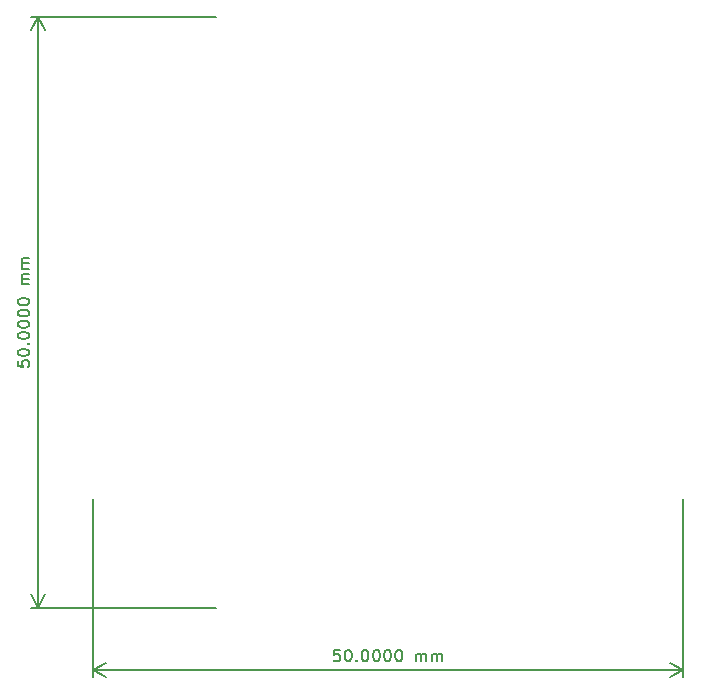
<source format=gbr>
%TF.GenerationSoftware,KiCad,Pcbnew,7.0.7-7.0.7~ubuntu23.04.1*%
%TF.CreationDate,2023-09-19T04:43:30+00:00*%
%TF.ProjectId,m5-pantilt,6d352d70-616e-4746-996c-742e6b696361,1*%
%TF.SameCoordinates,Original*%
%TF.FileFunction,Other,ECO1*%
%FSLAX46Y46*%
G04 Gerber Fmt 4.6, Leading zero omitted, Abs format (unit mm)*
G04 Created by KiCad (PCBNEW 7.0.7-7.0.7~ubuntu23.04.1) date 2023-09-19 04:43:30*
%MOMM*%
%LPD*%
G01*
G04 APERTURE LIST*
%ADD10C,0.150000*%
G04 APERTURE END LIST*
D10*
X93224819Y-79095237D02*
X93224819Y-79571427D01*
X93224819Y-79571427D02*
X93701009Y-79619046D01*
X93701009Y-79619046D02*
X93653390Y-79571427D01*
X93653390Y-79571427D02*
X93605771Y-79476189D01*
X93605771Y-79476189D02*
X93605771Y-79238094D01*
X93605771Y-79238094D02*
X93653390Y-79142856D01*
X93653390Y-79142856D02*
X93701009Y-79095237D01*
X93701009Y-79095237D02*
X93796247Y-79047618D01*
X93796247Y-79047618D02*
X94034342Y-79047618D01*
X94034342Y-79047618D02*
X94129580Y-79095237D01*
X94129580Y-79095237D02*
X94177200Y-79142856D01*
X94177200Y-79142856D02*
X94224819Y-79238094D01*
X94224819Y-79238094D02*
X94224819Y-79476189D01*
X94224819Y-79476189D02*
X94177200Y-79571427D01*
X94177200Y-79571427D02*
X94129580Y-79619046D01*
X93224819Y-78428570D02*
X93224819Y-78333332D01*
X93224819Y-78333332D02*
X93272438Y-78238094D01*
X93272438Y-78238094D02*
X93320057Y-78190475D01*
X93320057Y-78190475D02*
X93415295Y-78142856D01*
X93415295Y-78142856D02*
X93605771Y-78095237D01*
X93605771Y-78095237D02*
X93843866Y-78095237D01*
X93843866Y-78095237D02*
X94034342Y-78142856D01*
X94034342Y-78142856D02*
X94129580Y-78190475D01*
X94129580Y-78190475D02*
X94177200Y-78238094D01*
X94177200Y-78238094D02*
X94224819Y-78333332D01*
X94224819Y-78333332D02*
X94224819Y-78428570D01*
X94224819Y-78428570D02*
X94177200Y-78523808D01*
X94177200Y-78523808D02*
X94129580Y-78571427D01*
X94129580Y-78571427D02*
X94034342Y-78619046D01*
X94034342Y-78619046D02*
X93843866Y-78666665D01*
X93843866Y-78666665D02*
X93605771Y-78666665D01*
X93605771Y-78666665D02*
X93415295Y-78619046D01*
X93415295Y-78619046D02*
X93320057Y-78571427D01*
X93320057Y-78571427D02*
X93272438Y-78523808D01*
X93272438Y-78523808D02*
X93224819Y-78428570D01*
X94129580Y-77666665D02*
X94177200Y-77619046D01*
X94177200Y-77619046D02*
X94224819Y-77666665D01*
X94224819Y-77666665D02*
X94177200Y-77714284D01*
X94177200Y-77714284D02*
X94129580Y-77666665D01*
X94129580Y-77666665D02*
X94224819Y-77666665D01*
X93224819Y-76999999D02*
X93224819Y-76904761D01*
X93224819Y-76904761D02*
X93272438Y-76809523D01*
X93272438Y-76809523D02*
X93320057Y-76761904D01*
X93320057Y-76761904D02*
X93415295Y-76714285D01*
X93415295Y-76714285D02*
X93605771Y-76666666D01*
X93605771Y-76666666D02*
X93843866Y-76666666D01*
X93843866Y-76666666D02*
X94034342Y-76714285D01*
X94034342Y-76714285D02*
X94129580Y-76761904D01*
X94129580Y-76761904D02*
X94177200Y-76809523D01*
X94177200Y-76809523D02*
X94224819Y-76904761D01*
X94224819Y-76904761D02*
X94224819Y-76999999D01*
X94224819Y-76999999D02*
X94177200Y-77095237D01*
X94177200Y-77095237D02*
X94129580Y-77142856D01*
X94129580Y-77142856D02*
X94034342Y-77190475D01*
X94034342Y-77190475D02*
X93843866Y-77238094D01*
X93843866Y-77238094D02*
X93605771Y-77238094D01*
X93605771Y-77238094D02*
X93415295Y-77190475D01*
X93415295Y-77190475D02*
X93320057Y-77142856D01*
X93320057Y-77142856D02*
X93272438Y-77095237D01*
X93272438Y-77095237D02*
X93224819Y-76999999D01*
X93224819Y-76047618D02*
X93224819Y-75952380D01*
X93224819Y-75952380D02*
X93272438Y-75857142D01*
X93272438Y-75857142D02*
X93320057Y-75809523D01*
X93320057Y-75809523D02*
X93415295Y-75761904D01*
X93415295Y-75761904D02*
X93605771Y-75714285D01*
X93605771Y-75714285D02*
X93843866Y-75714285D01*
X93843866Y-75714285D02*
X94034342Y-75761904D01*
X94034342Y-75761904D02*
X94129580Y-75809523D01*
X94129580Y-75809523D02*
X94177200Y-75857142D01*
X94177200Y-75857142D02*
X94224819Y-75952380D01*
X94224819Y-75952380D02*
X94224819Y-76047618D01*
X94224819Y-76047618D02*
X94177200Y-76142856D01*
X94177200Y-76142856D02*
X94129580Y-76190475D01*
X94129580Y-76190475D02*
X94034342Y-76238094D01*
X94034342Y-76238094D02*
X93843866Y-76285713D01*
X93843866Y-76285713D02*
X93605771Y-76285713D01*
X93605771Y-76285713D02*
X93415295Y-76238094D01*
X93415295Y-76238094D02*
X93320057Y-76190475D01*
X93320057Y-76190475D02*
X93272438Y-76142856D01*
X93272438Y-76142856D02*
X93224819Y-76047618D01*
X93224819Y-75095237D02*
X93224819Y-74999999D01*
X93224819Y-74999999D02*
X93272438Y-74904761D01*
X93272438Y-74904761D02*
X93320057Y-74857142D01*
X93320057Y-74857142D02*
X93415295Y-74809523D01*
X93415295Y-74809523D02*
X93605771Y-74761904D01*
X93605771Y-74761904D02*
X93843866Y-74761904D01*
X93843866Y-74761904D02*
X94034342Y-74809523D01*
X94034342Y-74809523D02*
X94129580Y-74857142D01*
X94129580Y-74857142D02*
X94177200Y-74904761D01*
X94177200Y-74904761D02*
X94224819Y-74999999D01*
X94224819Y-74999999D02*
X94224819Y-75095237D01*
X94224819Y-75095237D02*
X94177200Y-75190475D01*
X94177200Y-75190475D02*
X94129580Y-75238094D01*
X94129580Y-75238094D02*
X94034342Y-75285713D01*
X94034342Y-75285713D02*
X93843866Y-75333332D01*
X93843866Y-75333332D02*
X93605771Y-75333332D01*
X93605771Y-75333332D02*
X93415295Y-75285713D01*
X93415295Y-75285713D02*
X93320057Y-75238094D01*
X93320057Y-75238094D02*
X93272438Y-75190475D01*
X93272438Y-75190475D02*
X93224819Y-75095237D01*
X93224819Y-74142856D02*
X93224819Y-74047618D01*
X93224819Y-74047618D02*
X93272438Y-73952380D01*
X93272438Y-73952380D02*
X93320057Y-73904761D01*
X93320057Y-73904761D02*
X93415295Y-73857142D01*
X93415295Y-73857142D02*
X93605771Y-73809523D01*
X93605771Y-73809523D02*
X93843866Y-73809523D01*
X93843866Y-73809523D02*
X94034342Y-73857142D01*
X94034342Y-73857142D02*
X94129580Y-73904761D01*
X94129580Y-73904761D02*
X94177200Y-73952380D01*
X94177200Y-73952380D02*
X94224819Y-74047618D01*
X94224819Y-74047618D02*
X94224819Y-74142856D01*
X94224819Y-74142856D02*
X94177200Y-74238094D01*
X94177200Y-74238094D02*
X94129580Y-74285713D01*
X94129580Y-74285713D02*
X94034342Y-74333332D01*
X94034342Y-74333332D02*
X93843866Y-74380951D01*
X93843866Y-74380951D02*
X93605771Y-74380951D01*
X93605771Y-74380951D02*
X93415295Y-74333332D01*
X93415295Y-74333332D02*
X93320057Y-74285713D01*
X93320057Y-74285713D02*
X93272438Y-74238094D01*
X93272438Y-74238094D02*
X93224819Y-74142856D01*
X94224819Y-72619046D02*
X93558152Y-72619046D01*
X93653390Y-72619046D02*
X93605771Y-72571427D01*
X93605771Y-72571427D02*
X93558152Y-72476189D01*
X93558152Y-72476189D02*
X93558152Y-72333332D01*
X93558152Y-72333332D02*
X93605771Y-72238094D01*
X93605771Y-72238094D02*
X93701009Y-72190475D01*
X93701009Y-72190475D02*
X94224819Y-72190475D01*
X93701009Y-72190475D02*
X93605771Y-72142856D01*
X93605771Y-72142856D02*
X93558152Y-72047618D01*
X93558152Y-72047618D02*
X93558152Y-71904761D01*
X93558152Y-71904761D02*
X93605771Y-71809522D01*
X93605771Y-71809522D02*
X93701009Y-71761903D01*
X93701009Y-71761903D02*
X94224819Y-71761903D01*
X94224819Y-71285713D02*
X93558152Y-71285713D01*
X93653390Y-71285713D02*
X93605771Y-71238094D01*
X93605771Y-71238094D02*
X93558152Y-71142856D01*
X93558152Y-71142856D02*
X93558152Y-70999999D01*
X93558152Y-70999999D02*
X93605771Y-70904761D01*
X93605771Y-70904761D02*
X93701009Y-70857142D01*
X93701009Y-70857142D02*
X94224819Y-70857142D01*
X93701009Y-70857142D02*
X93605771Y-70809523D01*
X93605771Y-70809523D02*
X93558152Y-70714285D01*
X93558152Y-70714285D02*
X93558152Y-70571428D01*
X93558152Y-70571428D02*
X93605771Y-70476189D01*
X93605771Y-70476189D02*
X93701009Y-70428570D01*
X93701009Y-70428570D02*
X94224819Y-70428570D01*
X110000000Y-100000000D02*
X94333580Y-100000000D01*
X110000000Y-50000000D02*
X94333580Y-50000000D01*
X94920000Y-100000000D02*
X94920000Y-50000000D01*
X94920000Y-100000000D02*
X94920000Y-50000000D01*
X94920000Y-100000000D02*
X94333579Y-98873496D01*
X94920000Y-100000000D02*
X95506421Y-98873496D01*
X94920000Y-50000000D02*
X95506421Y-51126504D01*
X94920000Y-50000000D02*
X94333579Y-51126504D01*
X120504762Y-103549819D02*
X120028572Y-103549819D01*
X120028572Y-103549819D02*
X119980953Y-104026009D01*
X119980953Y-104026009D02*
X120028572Y-103978390D01*
X120028572Y-103978390D02*
X120123810Y-103930771D01*
X120123810Y-103930771D02*
X120361905Y-103930771D01*
X120361905Y-103930771D02*
X120457143Y-103978390D01*
X120457143Y-103978390D02*
X120504762Y-104026009D01*
X120504762Y-104026009D02*
X120552381Y-104121247D01*
X120552381Y-104121247D02*
X120552381Y-104359342D01*
X120552381Y-104359342D02*
X120504762Y-104454580D01*
X120504762Y-104454580D02*
X120457143Y-104502200D01*
X120457143Y-104502200D02*
X120361905Y-104549819D01*
X120361905Y-104549819D02*
X120123810Y-104549819D01*
X120123810Y-104549819D02*
X120028572Y-104502200D01*
X120028572Y-104502200D02*
X119980953Y-104454580D01*
X121171429Y-103549819D02*
X121266667Y-103549819D01*
X121266667Y-103549819D02*
X121361905Y-103597438D01*
X121361905Y-103597438D02*
X121409524Y-103645057D01*
X121409524Y-103645057D02*
X121457143Y-103740295D01*
X121457143Y-103740295D02*
X121504762Y-103930771D01*
X121504762Y-103930771D02*
X121504762Y-104168866D01*
X121504762Y-104168866D02*
X121457143Y-104359342D01*
X121457143Y-104359342D02*
X121409524Y-104454580D01*
X121409524Y-104454580D02*
X121361905Y-104502200D01*
X121361905Y-104502200D02*
X121266667Y-104549819D01*
X121266667Y-104549819D02*
X121171429Y-104549819D01*
X121171429Y-104549819D02*
X121076191Y-104502200D01*
X121076191Y-104502200D02*
X121028572Y-104454580D01*
X121028572Y-104454580D02*
X120980953Y-104359342D01*
X120980953Y-104359342D02*
X120933334Y-104168866D01*
X120933334Y-104168866D02*
X120933334Y-103930771D01*
X120933334Y-103930771D02*
X120980953Y-103740295D01*
X120980953Y-103740295D02*
X121028572Y-103645057D01*
X121028572Y-103645057D02*
X121076191Y-103597438D01*
X121076191Y-103597438D02*
X121171429Y-103549819D01*
X121933334Y-104454580D02*
X121980953Y-104502200D01*
X121980953Y-104502200D02*
X121933334Y-104549819D01*
X121933334Y-104549819D02*
X121885715Y-104502200D01*
X121885715Y-104502200D02*
X121933334Y-104454580D01*
X121933334Y-104454580D02*
X121933334Y-104549819D01*
X122600000Y-103549819D02*
X122695238Y-103549819D01*
X122695238Y-103549819D02*
X122790476Y-103597438D01*
X122790476Y-103597438D02*
X122838095Y-103645057D01*
X122838095Y-103645057D02*
X122885714Y-103740295D01*
X122885714Y-103740295D02*
X122933333Y-103930771D01*
X122933333Y-103930771D02*
X122933333Y-104168866D01*
X122933333Y-104168866D02*
X122885714Y-104359342D01*
X122885714Y-104359342D02*
X122838095Y-104454580D01*
X122838095Y-104454580D02*
X122790476Y-104502200D01*
X122790476Y-104502200D02*
X122695238Y-104549819D01*
X122695238Y-104549819D02*
X122600000Y-104549819D01*
X122600000Y-104549819D02*
X122504762Y-104502200D01*
X122504762Y-104502200D02*
X122457143Y-104454580D01*
X122457143Y-104454580D02*
X122409524Y-104359342D01*
X122409524Y-104359342D02*
X122361905Y-104168866D01*
X122361905Y-104168866D02*
X122361905Y-103930771D01*
X122361905Y-103930771D02*
X122409524Y-103740295D01*
X122409524Y-103740295D02*
X122457143Y-103645057D01*
X122457143Y-103645057D02*
X122504762Y-103597438D01*
X122504762Y-103597438D02*
X122600000Y-103549819D01*
X123552381Y-103549819D02*
X123647619Y-103549819D01*
X123647619Y-103549819D02*
X123742857Y-103597438D01*
X123742857Y-103597438D02*
X123790476Y-103645057D01*
X123790476Y-103645057D02*
X123838095Y-103740295D01*
X123838095Y-103740295D02*
X123885714Y-103930771D01*
X123885714Y-103930771D02*
X123885714Y-104168866D01*
X123885714Y-104168866D02*
X123838095Y-104359342D01*
X123838095Y-104359342D02*
X123790476Y-104454580D01*
X123790476Y-104454580D02*
X123742857Y-104502200D01*
X123742857Y-104502200D02*
X123647619Y-104549819D01*
X123647619Y-104549819D02*
X123552381Y-104549819D01*
X123552381Y-104549819D02*
X123457143Y-104502200D01*
X123457143Y-104502200D02*
X123409524Y-104454580D01*
X123409524Y-104454580D02*
X123361905Y-104359342D01*
X123361905Y-104359342D02*
X123314286Y-104168866D01*
X123314286Y-104168866D02*
X123314286Y-103930771D01*
X123314286Y-103930771D02*
X123361905Y-103740295D01*
X123361905Y-103740295D02*
X123409524Y-103645057D01*
X123409524Y-103645057D02*
X123457143Y-103597438D01*
X123457143Y-103597438D02*
X123552381Y-103549819D01*
X124504762Y-103549819D02*
X124600000Y-103549819D01*
X124600000Y-103549819D02*
X124695238Y-103597438D01*
X124695238Y-103597438D02*
X124742857Y-103645057D01*
X124742857Y-103645057D02*
X124790476Y-103740295D01*
X124790476Y-103740295D02*
X124838095Y-103930771D01*
X124838095Y-103930771D02*
X124838095Y-104168866D01*
X124838095Y-104168866D02*
X124790476Y-104359342D01*
X124790476Y-104359342D02*
X124742857Y-104454580D01*
X124742857Y-104454580D02*
X124695238Y-104502200D01*
X124695238Y-104502200D02*
X124600000Y-104549819D01*
X124600000Y-104549819D02*
X124504762Y-104549819D01*
X124504762Y-104549819D02*
X124409524Y-104502200D01*
X124409524Y-104502200D02*
X124361905Y-104454580D01*
X124361905Y-104454580D02*
X124314286Y-104359342D01*
X124314286Y-104359342D02*
X124266667Y-104168866D01*
X124266667Y-104168866D02*
X124266667Y-103930771D01*
X124266667Y-103930771D02*
X124314286Y-103740295D01*
X124314286Y-103740295D02*
X124361905Y-103645057D01*
X124361905Y-103645057D02*
X124409524Y-103597438D01*
X124409524Y-103597438D02*
X124504762Y-103549819D01*
X125457143Y-103549819D02*
X125552381Y-103549819D01*
X125552381Y-103549819D02*
X125647619Y-103597438D01*
X125647619Y-103597438D02*
X125695238Y-103645057D01*
X125695238Y-103645057D02*
X125742857Y-103740295D01*
X125742857Y-103740295D02*
X125790476Y-103930771D01*
X125790476Y-103930771D02*
X125790476Y-104168866D01*
X125790476Y-104168866D02*
X125742857Y-104359342D01*
X125742857Y-104359342D02*
X125695238Y-104454580D01*
X125695238Y-104454580D02*
X125647619Y-104502200D01*
X125647619Y-104502200D02*
X125552381Y-104549819D01*
X125552381Y-104549819D02*
X125457143Y-104549819D01*
X125457143Y-104549819D02*
X125361905Y-104502200D01*
X125361905Y-104502200D02*
X125314286Y-104454580D01*
X125314286Y-104454580D02*
X125266667Y-104359342D01*
X125266667Y-104359342D02*
X125219048Y-104168866D01*
X125219048Y-104168866D02*
X125219048Y-103930771D01*
X125219048Y-103930771D02*
X125266667Y-103740295D01*
X125266667Y-103740295D02*
X125314286Y-103645057D01*
X125314286Y-103645057D02*
X125361905Y-103597438D01*
X125361905Y-103597438D02*
X125457143Y-103549819D01*
X126980953Y-104549819D02*
X126980953Y-103883152D01*
X126980953Y-103978390D02*
X127028572Y-103930771D01*
X127028572Y-103930771D02*
X127123810Y-103883152D01*
X127123810Y-103883152D02*
X127266667Y-103883152D01*
X127266667Y-103883152D02*
X127361905Y-103930771D01*
X127361905Y-103930771D02*
X127409524Y-104026009D01*
X127409524Y-104026009D02*
X127409524Y-104549819D01*
X127409524Y-104026009D02*
X127457143Y-103930771D01*
X127457143Y-103930771D02*
X127552381Y-103883152D01*
X127552381Y-103883152D02*
X127695238Y-103883152D01*
X127695238Y-103883152D02*
X127790477Y-103930771D01*
X127790477Y-103930771D02*
X127838096Y-104026009D01*
X127838096Y-104026009D02*
X127838096Y-104549819D01*
X128314286Y-104549819D02*
X128314286Y-103883152D01*
X128314286Y-103978390D02*
X128361905Y-103930771D01*
X128361905Y-103930771D02*
X128457143Y-103883152D01*
X128457143Y-103883152D02*
X128600000Y-103883152D01*
X128600000Y-103883152D02*
X128695238Y-103930771D01*
X128695238Y-103930771D02*
X128742857Y-104026009D01*
X128742857Y-104026009D02*
X128742857Y-104549819D01*
X128742857Y-104026009D02*
X128790476Y-103930771D01*
X128790476Y-103930771D02*
X128885714Y-103883152D01*
X128885714Y-103883152D02*
X129028571Y-103883152D01*
X129028571Y-103883152D02*
X129123810Y-103930771D01*
X129123810Y-103930771D02*
X129171429Y-104026009D01*
X129171429Y-104026009D02*
X129171429Y-104549819D01*
X149600000Y-90800000D02*
X149600000Y-105831420D01*
X99600000Y-90800000D02*
X99600000Y-105831420D01*
X149600000Y-105245000D02*
X99600000Y-105245000D01*
X149600000Y-105245000D02*
X99600000Y-105245000D01*
X149600000Y-105245000D02*
X148473496Y-105831421D01*
X149600000Y-105245000D02*
X148473496Y-104658579D01*
X99600000Y-105245000D02*
X100726504Y-104658579D01*
X99600000Y-105245000D02*
X100726504Y-105831421D01*
M02*

</source>
